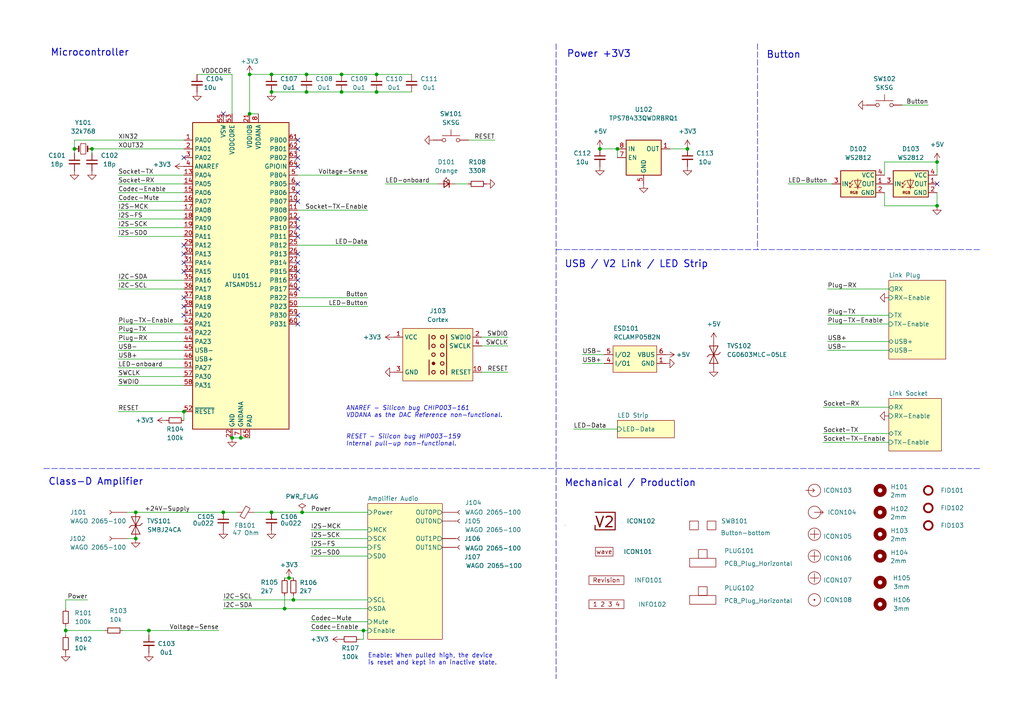
<source format=kicad_sch>
(kicad_sch (version 20250114) (generator "eeschema") (generator_version "9.0")
  (paper "A4")
  (title_block (title "V2 wave") (date "2026-02-11") (rev "2026-02-11") (company "Versio Duo") (comment 1 "Power Amplifier"))
  (text "﻿ANAREF - Silicon bug CHIP003-161\nVDDANA as the DAC Reference non-functional." (at 100.33 121.285 0) (effects (font (size 1.27 1.27) (italic yes)) (justify left bottom)))
  (text "RESET - ﻿Silicon bug HIP003-159\nInternal pull-up non-functional." (at 100.33 129.54 0) (effects (font (size 1.27 1.27) (italic yes)) (justify left bottom)))
  (text "Button" (at 222.25 17.145 0) (effects (font (size 2 2) (thickness 0.254) (bold yes)) (justify left bottom)))
  (text "USB / V2 Link / LED Strip" (at 163.703 77.851 0) (effects (font (size 2 2) (thickness 0.254) (bold yes)) (justify left bottom)))
  (text "Mechanical / Production" (at 163.703 141.351 0) (effects (font (size 2 2) (thickness 0.254) (bold yes)) (justify left bottom)))
  (text "Power +3V3" (at 164.338 16.891 0) (effects (font (size 2 2) (thickness 0.254) (bold yes)) (justify left bottom)))
  (text "Enable: When pulled high, the device\nis reset and kept in an inactive state." (at 106.68 193.04 0) (effects (font (size 1.27 1.27)) (justify left bottom)))
  (text "Microcontroller" (at 14.605 16.51 0) (effects (font (size 2 2) (thickness 0.254) (bold yes)) (justify left bottom)))
  (text "Class-D Amplifier" (at 13.97 140.97 0) (effects (font (size 2 2) (thickness 0.254) (bold yes)) (justify left bottom)))
  (junction (at 88.9 21.59))
  (junction (at 72.39 33.02))
  (junction (at 78.74 26.67))
  (junction (at 99.06 26.67))
  (junction (at 173.99 43.18))
  (junction (at 39.37 148.59))
  (junction (at 39.37 156.21))
  (junction (at 99.06 21.59))
  (junction (at 78.74 21.59))
  (junction (at 88.9 26.67))
  (junction (at 87.63 148.59))
  (junction (at 85.09 173.99))
  (junction (at 82.55 176.53))
  (junction (at 67.31 127))
  (junction (at 109.22 21.59))
  (junction (at 64.77 148.59))
  (junction (at 21.59 43.18))
  (junction (at 69.85 127))
  (junction (at 72.39 21.59))
  (junction (at 271.78 59.69))
  (junction (at 19.05 182.88))
  (junction (at 43.18 182.88))
  (junction (at 105.41 182.88))
  (junction (at 78.74 148.59))
  (junction (at 179.07 43.18))
  (junction (at 26.67 43.18))
  (junction (at 199.39 43.18))
  (junction (at 109.22 26.67))
  (junction (at 83.82 167.64))
  (junction (at 271.78 46.99))
  (junction (at 53.34 119.38))
  (no_connect (at 86.36 78.74))
  (no_connect (at 86.36 91.44))
  (no_connect (at 86.36 66.04))
  (no_connect (at 86.36 76.2))
  (no_connect (at 53.34 88.9))
  (no_connect (at 86.36 63.5))
  (no_connect (at 53.34 91.44))
  (no_connect (at 53.34 45.72))
  (no_connect (at 86.36 53.34))
  (no_connect (at 86.36 55.88))
  (no_connect (at 86.36 40.64))
  (no_connect (at 86.36 58.42))
  (no_connect (at 86.36 83.82))
  (no_connect (at 86.36 43.18))
  (no_connect (at 86.36 81.28))
  (no_connect (at 86.36 48.26))
  (no_connect (at 86.36 68.58))
  (no_connect (at 53.34 76.2))
  (no_connect (at 64.77 33.02))
  (no_connect (at 53.34 73.66))
  (no_connect (at 86.36 73.66))
  (no_connect (at 53.34 71.12))
  (no_connect (at 53.34 78.74))
  (no_connect (at 271.78 53.34))
  (no_connect (at 86.36 93.98))
  (no_connect (at 53.34 86.36))
  (no_connect (at 86.36 45.72))
  (wire (pts (xy 132.08 53.34) (xy 135.89 53.34)))
  (wire (pts (xy 64.77 173.99) (xy 85.09 173.99)))
  (wire (pts (xy 53.34 93.98) (xy 34.29 93.98)))
  (wire (pts (xy 35.56 182.88) (xy 43.18 182.88)))
  (wire (pts (xy 173.99 43.18) (xy 179.07 43.18)))
  (wire (pts (xy 72.39 21.59) (xy 72.39 33.02)))
  (wire (pts (xy 90.17 180.34) (xy 106.68 180.34)))
  (wire (pts (xy 82.55 167.64) (xy 83.82 167.64)))
  (wire (pts (xy 257.81 99.06) (xy 240.03 99.06)))
  (wire (pts (xy 256.54 50.8) (xy 256.54 46.99)))
  (wire (pts (xy 257.81 128.27) (xy 238.76 128.27)))
  (wire (pts (xy 34.29 63.5) (xy 53.34 63.5)))
  (wire (pts (xy 90.17 153.67) (xy 106.68 153.67)))
  (wire (pts (xy 21.59 40.64) (xy 53.34 40.64)))
  (wire (pts (xy 34.29 55.88) (xy 53.34 55.88)))
  (polyline (pts (xy 12.7 135.89) (xy 284.48 135.89)) (stroke (width 0) (type dash)))
  (wire (pts (xy 257.81 91.44) (xy 240.03 91.44)))
  (wire (pts (xy 19.05 181.61) (xy 19.05 182.88)))
  (wire (pts (xy 105.41 185.42) (xy 104.14 185.42)))
  (wire (pts (xy 34.29 83.82) (xy 53.34 83.82)))
  (wire (pts (xy 34.29 68.58) (xy 53.34 68.58)))
  (wire (pts (xy 139.7 97.79) (xy 147.32 97.79)))
  (wire (pts (xy 69.85 127) (xy 72.39 127)))
  (wire (pts (xy 19.05 184.15) (xy 19.05 182.88)))
  (wire (pts (xy 34.29 111.76) (xy 53.34 111.76)))
  (wire (pts (xy 63.5 182.88) (xy 43.18 182.88)))
  (wire (pts (xy 21.59 40.64) (xy 21.59 43.18)))
  (wire (pts (xy 105.41 182.88) (xy 106.68 182.88)))
  (wire (pts (xy 53.34 96.52) (xy 34.29 96.52)))
  (wire (pts (xy 238.76 125.73) (xy 257.81 125.73)))
  (wire (pts (xy 256.54 59.69) (xy 271.78 59.69)))
  (wire (pts (xy 85.09 172.72) (xy 85.09 173.99)))
  (wire (pts (xy 168.91 105.41) (xy 175.26 105.41)))
  (wire (pts (xy 256.54 46.99) (xy 271.78 46.99)))
  (wire (pts (xy 88.9 26.67) (xy 99.06 26.67)))
  (wire (pts (xy 34.29 60.96) (xy 53.34 60.96)))
  (wire (pts (xy 34.29 119.38) (xy 53.34 119.38)))
  (wire (pts (xy 67.31 127) (xy 69.85 127)))
  (wire (pts (xy 109.22 21.59) (xy 119.38 21.59)))
  (wire (pts (xy 166.37 124.46) (xy 179.07 124.46)))
  (wire (pts (xy 82.55 172.72) (xy 82.55 176.53)))
  (wire (pts (xy 86.36 60.96) (xy 106.68 60.96)))
  (polyline (pts (xy 161.29 72.39) (xy 284.48 72.39)) (stroke (width 0) (type dash)))
  (wire (pts (xy 72.39 33.02) (xy 74.93 33.02)))
  (wire (pts (xy 64.77 148.59) (xy 68.58 148.59)))
  (wire (pts (xy 64.77 176.53) (xy 82.55 176.53)))
  (wire (pts (xy 53.34 119.38) (xy 53.34 121.92)))
  (wire (pts (xy 228.6 53.34) (xy 241.3 53.34)))
  (wire (pts (xy 86.36 50.8) (xy 106.68 50.8)))
  (wire (pts (xy 168.91 102.87) (xy 175.26 102.87)))
  (wire (pts (xy 135.89 40.64) (xy 143.51 40.64)))
  (wire (pts (xy 85.09 173.99) (xy 106.68 173.99)))
  (wire (pts (xy 90.17 158.75) (xy 106.68 158.75)))
  (wire (pts (xy 67.31 33.02) (xy 67.31 21.59)))
  (wire (pts (xy 271.78 55.88) (xy 271.78 59.69)))
  (wire (pts (xy 105.41 182.88) (xy 105.41 185.42)))
  (wire (pts (xy 73.66 148.59) (xy 78.74 148.59)))
  (wire (pts (xy 257.81 83.82) (xy 240.03 83.82)))
  (wire (pts (xy 109.22 26.67) (xy 119.38 26.67)))
  (wire (pts (xy 36.83 156.21) (xy 39.37 156.21)))
  (wire (pts (xy 86.36 86.36) (xy 106.68 86.36)))
  (wire (pts (xy 72.39 21.59) (xy 78.74 21.59)))
  (wire (pts (xy 90.17 182.88) (xy 105.41 182.88)))
  (wire (pts (xy 90.17 156.21) (xy 106.68 156.21)))
  (wire (pts (xy 19.05 173.99) (xy 25.4 173.99)))
  (wire (pts (xy 106.68 88.9) (xy 86.36 88.9)))
  (wire (pts (xy 90.17 161.29) (xy 106.68 161.29)))
  (wire (pts (xy 53.34 50.8) (xy 34.29 50.8)))
  (wire (pts (xy 139.7 100.33) (xy 147.32 100.33)))
  (wire (pts (xy 26.67 43.18) (xy 53.34 43.18)))
  (wire (pts (xy 57.15 21.59) (xy 67.31 21.59)))
  (wire (pts (xy 83.82 167.64) (xy 85.09 167.64)))
  (wire (pts (xy 78.74 21.59) (xy 88.9 21.59)))
  (wire (pts (xy 34.29 104.14) (xy 53.34 104.14)))
  (wire (pts (xy 34.29 58.42) (xy 53.34 58.42)))
  (wire (pts (xy 78.74 26.67) (xy 88.9 26.67)))
  (wire (pts (xy 179.07 43.18) (xy 179.07 45.72)))
  (polyline (pts (xy 219.71 12.7) (xy 219.71 72.39)) (stroke (width 0) (type dash)))
  (wire (pts (xy 194.31 43.18) (xy 199.39 43.18)))
  (wire (pts (xy 86.36 71.12) (xy 106.68 71.12)))
  (wire (pts (xy 39.37 148.59) (xy 64.77 148.59)))
  (wire (pts (xy 19.05 176.53) (xy 19.05 173.99)))
  (wire (pts (xy 238.76 118.11) (xy 257.81 118.11)))
  (wire (pts (xy 271.78 46.99) (xy 271.78 50.8)))
  (wire (pts (xy 43.18 184.15) (xy 43.18 182.88)))
  (wire (pts (xy 256.54 55.88) (xy 256.54 59.69)))
  (wire (pts (xy 99.06 21.59) (xy 109.22 21.59)))
  (wire (pts (xy 261.62 30.48) (xy 269.24 30.48)))
  (wire (pts (xy 87.63 148.59) (xy 78.74 148.59)))
  (wire (pts (xy 139.7 107.95) (xy 147.32 107.95)))
  (wire (pts (xy 21.59 43.18) (xy 21.59 44.45)))
  (wire (pts (xy 88.9 21.59) (xy 99.06 21.59)))
  (wire (pts (xy 53.34 53.34) (xy 34.29 53.34)))
  (wire (pts (xy 257.81 93.98) (xy 240.03 93.98)))
  (wire (pts (xy 34.29 66.04) (xy 53.34 66.04)))
  (wire (pts (xy 82.55 176.53) (xy 106.68 176.53)))
  (wire (pts (xy 257.81 101.6) (xy 240.03 101.6)))
  (wire (pts (xy 26.67 43.18) (xy 26.67 44.45)))
  (polyline (pts (xy 161.29 12.7) (xy 161.29 196.85)) (stroke (width 0) (type dash)))
  (wire (pts (xy 19.05 182.88) (xy 30.48 182.88)))
  (wire (pts (xy 34.29 106.68) (xy 53.34 106.68)))
  (wire (pts (xy 34.29 109.22) (xy 53.34 109.22)))
  (wire (pts (xy 87.63 148.59) (xy 106.68 148.59)))
  (wire (pts (xy 36.83 148.59) (xy 39.37 148.59)))
  (wire (pts (xy 53.34 99.06) (xy 34.29 99.06)))
  (wire (pts (xy 34.29 81.28) (xy 53.34 81.28)))
  (wire (pts (xy 34.29 101.6) (xy 53.34 101.6)))
  (wire (pts (xy 99.06 26.67) (xy 109.22 26.67)))
  (wire (pts (xy 111.76 53.34) (xy 127 53.34)))
  (label "USB-" (at 240.03 101.6 0))
  (label "I2S-FS" (at 34.29 63.5 0))
  (label "RESET" (at 34.29 119.38 0))
  (label "Power" (at 90.17 148.59 0))
  (label "XIN32" (at 34.29 40.64 0))
  (label "SWDIO" (at 147.32 97.79 180))
  (label "I2S-SCK" (at 90.17 156.21 0))
  (label "SWCLK" (at 34.29 109.22 0))
  (label "Codec-Enable" (at 34.29 55.88 0))
  (label "Voltage-Sense" (at 106.68 50.8 180))
  (label "I2C-SCL" (at 34.29 83.82 0))
  (label "I2C-SCL" (at 64.77 173.99 0))
  (label "RESET" (at 147.32 107.95 180))
  (label "Socket-TX-Enable" (at 106.68 60.96 180))
  (label "LED-Button" (at 106.68 88.9 180))
  (label "I2S-MCK" (at 90.17 153.67 0))
  (label "XOUT32" (at 34.29 43.18 0))
  (label "Socket-RX" (at 34.29 53.34 0))
  (label "Codec-Enable" (at 90.17 182.88 0))
  (label "Plug-RX" (at 240.03 83.82 0))
  (label "SWCLK" (at 147.32 100.33 180))
  (label "LED-Button" (at 228.6 53.34 0))
  (label "Socket-TX-Enable" (at 238.76 128.27 0))
  (label "I2C-SDA" (at 34.29 81.28 0))
  (label "VDDCORE" (at 58.42 21.59 0))
  (label "Plug-TX-Enable" (at 34.29 93.98 0))
  (label "I2S-SCK" (at 34.29 66.04 0))
  (label "+24V-Supply" (at 41.91 148.59 0))
  (label "LED-onboard" (at 34.29 106.68 0))
  (label "Voltage-Sense" (at 63.5 182.88 180))
  (label "I2S-SD0" (at 34.29 68.58 0))
  (label "Socket-TX" (at 34.29 50.8 0))
  (label "LED-onboard" (at 111.76 53.34 0))
  (label "Plug-RX" (at 34.29 99.06 0))
  (label "USB-" (at 168.91 102.87 0))
  (label "Plug-TX" (at 34.29 96.52 0))
  (label "Plug-TX" (at 240.03 91.44 0))
  (label "Plug-TX-Enable" (at 240.03 93.98 0))
  (label "Socket-RX" (at 238.76 118.11 0))
  (label "LED-Data" (at 166.37 124.46 0))
  (label "RESET" (at 143.51 40.64 180))
  (label "LED-Data" (at 106.68 71.12 180))
  (label "Button" (at 106.68 86.36 180))
  (label "I2S-MCK" (at 34.29 60.96 0))
  (label "Codec-Mute" (at 34.29 58.42 0))
  (label "Button" (at 269.24 30.48 180))
  (label "USB+" (at 34.29 104.14 0))
  (label "USB-" (at 34.29 101.6 0))
  (label "SWDIO" (at 34.29 111.76 0))
  (label "I2S-SD0" (at 90.17 161.29 0))
  (label "Power" (at 25.4 173.99 180))
  (label "Codec-Mute" (at 90.17 180.34 0))
  (label "USB+" (at 168.91 105.41 0))
  (label "Socket-TX" (at 238.76 125.73 0))
  (label "I2C-SDA" (at 64.77 176.53 0))
  (label "I2S-FS" (at 90.17 158.75 0))
  (label "USB+" (at 240.03 99.06 0))
  (symbol (lib_id "V2_power:+5V") (at 193.04 102.87 270) (unit 1)
    (property "Reference" "#PWR0122" (effects (hide yes)))
    (property "Value" "+5V" (at 198.12 102.87 90))
  )
  (symbol (lib_id "V2_power:+5V") (at 207.01 99.06 0) (unit 1)
    (property "Reference" "#PWR0127" (effects (hide yes)))
    (property "Value" "+5V" (at 207.01 93.98 0))
  )
  (symbol (lib_id "V2_Device:C_0603_0u1") (at 109.22 24.13 0) (unit 1)
    (property "Reference" "C110" (at 111.76 22.8662 0) (effects (justify left)))
    (property "Value" "0u1" (at 114.3 25.4062 0))
    (property "Footprint" "V2_Capacitor_SMD:C_0603" (effects (hide yes)))
    (property "Description" "Unpolarized capacitor, small symbol" (effects (hide yes)))
    (property "Mouser" "810-CGA3E2X7R1H104MA" (effects (hide yes)))
    (property "Manufacturer" "TDK" (effects (hide yes)))
    (property "Product" "CGA3E2X7R1H104M080AA" (effects (hide yes)))
    (property "Rating" "50V" (effects (hide yes)))
  )
  (symbol (lib_id "V2_power:GND") (at 271.78 59.69 0) (unit 1)
    (property "Reference" "#PWR0133" (effects (hide yes)))
    (property "Value" "GND" (effects (hide yes)))
  )
  (symbol (lib_id "V2_power:+3V3") (at 199.39 43.18 0) (unit 1)
    (property "Reference" "#PWR0125" (effects (hide yes)))
    (property "Value" "+3V3" (at 199.39 38.1 0))
  )
  (symbol (lib_id "V2_Switch:SKSG") (at 256.54 30.48 0) (unit 1)
    (property "Reference" "SW102" (at 256.54 22.86 0))
    (property "Value" "SKSG" (at 256.54 25.4 0))
    (property "Footprint" "V2_Button_Switch_SMD:SKSG" (effects (hide yes)))
    (property "Description" "Push button switch, generic, two pins" (effects (hide yes)))
    (property "Mouser" "688-SKSGACE010" (effects (hide yes)))
    (property "Manufacturer" "Alps Alpine" (effects (hide yes)))
    (property "Product" "SKSGACE010" (effects (hide yes)))
  )
  (symbol (lib_id "V2_Device:FerriteBead_3.1x5.1_47Ohm") (at 71.12 148.59 90) (unit 1)
    (property "Reference" "FB101" (at 71.0819 152.4 90))
    (property "Value" "47 Ohm" (at 75.184 154.559 90) (effects (justify left)))
    (property "Footprint" "V2_Inductor_SMD:L_3.1x5.1" (effects (hide yes)))
    (property "Description" "Ferrite bead, small symbol" (effects (hide yes)))
    (property "Mouser" "623-2743019447LF" (effects (hide yes)))
    (property "Product" "2743019447" (effects (hide yes)))
    (property "Manufacturer" "Fair-Rite" (effects (hide yes)))
  )
  (symbol (lib_id "V2_Artwork:Arrow_In") (at 236.22 142.24 0) (unit 1) (in_bom no)
    (property "Reference" "ICON103" (at 238.76 142.2399 0) (effects (justify left)))
    (property "Value" "Arrow_In" (effects (hide yes)))
    (property "Footprint" "V2_Artwork:Arrow_In" (effects (hide yes)))
    (property "Sim.Enable" "0" (effects (hide yes)))
  )
  (symbol (lib_id "V2_power:GND") (at 199.39 48.26 0) (unit 1)
    (property "Reference" "#PWR0126" (effects (hide yes)))
    (property "Value" "GND" (effects (hide yes)))
  )
  (symbol (lib_id "V2_power:GND") (at 67.31 127 0) (unit 1)
    (property "Reference" "#PWR0110" (effects (hide yes)))
    (property "Value" "GND" (effects (hide yes)))
  )
  (symbol (lib_id "V2_Mechanical:MountingHole_2mm") (at 255.27 161.29 0) (unit 1) (in_bom no)
    (property "Reference" "H104" (at 260.858 160.274 0))
    (property "Value" "2mm" (at 260.604 162.687 0))
    (property "Footprint" "V2_Mechanical:MountingHole_2mm" (effects (hide yes)))
    (property "Description" "Mounting Hole without connection" (effects (hide yes)))
  )
  (symbol (lib_id "V2_Regulator_Linear:TPS78433QWDRBRQ1") (at 186.69 45.72 0) (unit 1)
    (property "Reference" "U102" (at 186.69 31.75 0))
    (property "Value" "TPS78433QWDRBRQ1" (at 186.69 34.29 0))
    (property "Footprint" "V2_Package_SON:VSON-8-1_3x3mm_P0.65_EP1.65x2.4mm" (effects (hide yes)))
    (property "Datasheet" "https://www.ti.com/product/TPS784-Q1" (effects (hide yes)))
    (property "Mouser" "595-TPS78433QWDRBRQ1" (effects (hide yes)))
    (property "Manufacturer" "Texas Instruments" (effects (hide yes)))
    (property "Product" "TPS78433QWDRBRQ1" (effects (hide yes)))
  )
  (symbol (lib_id "V2_power:GND") (at 26.67 49.53 0) (unit 1)
    (property "Reference" "#PWR0103" (effects (hide yes)))
    (property "Value" "GND" (effects (hide yes)))
  )
  (symbol (lib_id "V2_Device:LED_0603_Orange") (at 129.54 53.34 0) (mirror y) (unit 1)
    (property "Reference" "D101" (at 129.4765 46.99 0))
    (property "Value" "Orange" (at 129.4765 49.53 0))
    (property "Footprint" "V2_LED:LED_0603" (effects (hide yes)))
    (property "Description" "Light emitting diode, small symbol" (effects (hide yes)))
    (property "Sim.Pins" "1=K 2=A" (effects (hide yes)))
    (property "Mouser" "755-SML-D12D1WT86" (effects (hide yes)))
    (property "Product" "SML-D12D1WT86" (effects (hide yes)))
    (property "Manufacturer" "ROHM Semiconductor " (effects (hide yes)))
  )
  (symbol (lib_id "V2_power:GND") (at 57.15 26.67 0) (unit 1)
    (property "Reference" "#PWR0108" (effects (hide yes)))
    (property "Value" "GND" (effects (hide yes)))
  )
  (symbol (lib_id "V2_LED:WS2812") (at 248.92 54.61 0) (unit 1)
    (property "Reference" "D102" (at 248.92 43.18 0))
    (property "Value" "WS2812" (at 248.92 45.72 0))
    (property "Footprint" "V2_LED:WS2812-2020" (effects (hide yes)))
    (property "Description" "RGB LED with integrated controller" (effects (hide yes)))
    (property "Manufacturer" "Worldsemi" (effects (hide yes)))
    (property "Product" "WS2812B-2020" (effects (hide yes)))
    (property "LCSC" "C965555" (effects (hide yes)))
  )
  (symbol (lib_id "V2_Artwork:Plus") (at 236.22 161.29 0) (unit 1) (in_bom no)
    (property "Reference" "ICON106" (at 238.76 161.925 0) (effects (justify left)))
    (property "Value" "Plus" (effects (hide yes)))
    (property "Footprint" "V2_Artwork:Plus_Small" (effects (hide yes)))
    (property "Sim.Enable" "0" (effects (hide yes)))
  )
  (symbol (lib_id "V2_Artwork:Plus") (at 236.22 154.94 0) (unit 1) (in_bom no)
    (property "Reference" "ICON105" (at 238.76 155.575 0) (effects (justify left)))
    (property "Value" "Plus" (effects (hide yes)))
    (property "Footprint" "V2_Artwork:Plus_Small" (effects (hide yes)))
    (property "Sim.Enable" "0" (effects (hide yes)))
  )
  (symbol (lib_id "V2_Artwork:Board_wave") (at 175.26 160.02 0) (unit 1) (in_bom no)
    (property "Reference" "ICON101" (at 180.848 160.02 0) (effects (justify left)))
    (property "Value" "Board_wave" (effects (hide yes)))
    (property "Footprint" "V2_Artwork:Board_wave_Small" (effects (hide yes)))
    (property "Sim.Enable" "0" (effects (hide yes)))
  )
  (symbol (lib_id "V2_Diode:CG0603MLC-05LE") (at 207.01 102.87 90) (unit 1)
    (property "Reference" "TVS102" (at 210.82 100.33 90) (effects (justify right)))
    (property "Value" "CG0603MLC-05LE" (at 210.82 102.87 90) (effects (justify right)))
    (property "Footprint" "V2_Diode_SMD:D_0603" (effects (hide yes)))
    (property "Mouser" "652-CG0603MLC-05LE" (effects (hide yes)))
    (property "Product" "CG0603MLC-05LE" (effects (hide yes)))
    (property "Manufacturer" "Bourns" (effects (hide yes)))
    (property "Rating" "5V" (effects (hide yes)))
  )
  (symbol (lib_id "V2_Device:R_0603_2k7") (at 82.55 170.18 0) (unit 1)
    (property "Reference" "R105" (at 75.565 168.91 0) (effects (justify left)))
    (property "Value" "2k7" (at 75.565 171.45 0) (effects (justify left)))
    (property "Footprint" "V2_Resistor_SMD:R_0603" (effects (hide yes)))
    (property "Description" "Resistor, small symbol" (effects (hide yes)))
    (property "Mouser" "71-CRCW06032K70FKEAC" (effects (hide yes)))
    (property "Product" "CRCW06032K70FKEAC" (effects (hide yes)))
    (property "Manufacturer" "Vishay" (effects (hide yes)))
    (property "Rating" "100mW" (effects (hide yes)))
  )
  (symbol (lib_id "V2_PCB_Devices:Button-bottom") (at 203.835 152.4 0) (unit 1) (in_bom no)
    (property "Reference" "SWB101" (at 209.169 151.13 0) (effects (justify left)))
    (property "Value" "Button-bottom" (at 216.281 154.559 0))
    (property "Footprint" "V2_PCB_Devices:PCB_Button-bottom" (effects (hide yes)))
    (property "Sim.Enable" "0" (effects (hide yes)))
  )
  (symbol (lib_id "V2_Device:R_0603_10k") (at 19.05 186.69 0) (unit 1)
    (property "Reference" "R102" (at 21.59 185.42 0) (effects (justify left)))
    (property "Value" "10k" (at 21.59 187.96 0) (effects (justify left)))
    (property "Footprint" "V2_Resistor_SMD:R_0603" (effects (hide yes)))
    (property "Description" "Resistor, small symbol" (effects (hide yes)))
    (property "Mouser" "71-CRCW060310K0FKEAC" (effects (hide yes)))
    (property "Product" "CRCW060310K0FKEAC" (effects (hide yes)))
    (property "Manufacturer" "Vishay" (effects (hide yes)))
    (property "Rating" "100mW" (effects (hide yes)))
  )
  (symbol (lib_id "V2_Device:C_0805_10u") (at 199.39 45.72 0) (unit 1)
    (property "Reference" "C113" (at 201.93 44.45 0) (effects (justify left)))
    (property "Value" "10u" (at 204.47 46.99 0))
    (property "Footprint" "V2_Capacitor_SMD:C_0805" (effects (hide yes)))
    (property "Description" "Unpolarized capacitor, small symbol" (effects (hide yes)))
    (property "Mouser" "810-C2012X5R1E106K" (effects (hide yes)))
    (property "Rating" "25V" (effects (hide yes)))
    (property "Product" "C2012X5R1E106K125AB" (effects (hide yes)))
    (property "Manufacturer" "TDK" (effects (hide yes)))
  )
  (symbol (lib_id "V2_ESD_Suppressor:RCLAMP0582N") (at 184.15 102.87 0) (unit 1)
    (property "Reference" "ESD101" (at 181.61 95.25 0))
    (property "Value" "RCLAMP0582N" (at 184.785 97.79 0))
    (property "Footprint" "V2_ESD_Suppressor:SLP1210N6" (effects (hide yes)))
    (property "Mouser" "947-RCLAMP0582N.TCT" (effects (hide yes)))
    (property "Product" "RCLAMP0582N.TCT" (effects (hide yes)))
    (property "Manufacturer" "Semtech" (effects (hide yes)))
  )
  (symbol (lib_id "V2_power:+3V3") (at 72.39 21.59 0) (unit 1)
    (property "Reference" "#PWR0111" (effects (hide yes)))
    (property "Value" "+3V3" (at 72.39 17.78 0))
  )
  (symbol (lib_id "V2_Artwork:Arrow_Out") (at 236.22 148.59 0) (unit 1) (in_bom no)
    (property "Reference" "ICON104" (at 240.03 148.5899 0) (effects (justify left)))
    (property "Value" "Arrow_Out" (effects (hide yes)))
    (property "Footprint" "V2_Artwork:Arrow_Out" (effects (hide yes)))
    (property "Sim.Enable" "0" (effects (hide yes)))
  )
  (symbol (lib_id "V2_power:+5V") (at 271.78 46.99 0) (unit 1)
    (property "Reference" "#PWR0132" (effects (hide yes)))
    (property "Value" "+5V" (at 271.78 41.91 0))
  )
  (symbol (lib_id "V2_Diode:SMBJ24CA") (at 39.37 152.4 90) (unit 1)
    (property "Reference" "TVS101" (at 42.545 151.1299 90) (effects (justify right)))
    (property "Value" "SMBJ24CA" (at 47.625 153.6699 90))
    (property "Footprint" "V2_Diode_SMD:D_SMB" (effects (hide yes)))
    (property "Description" "Transient Voltage Suppressor Diode, Bidirectional" (effects (hide yes)))
    (property "Mouser" "652-SMBJ24CA-Q" (effects (hide yes)))
    (property "Product" "SMBJ24CA-Q" (effects (hide yes)))
    (property "Manufacturer" "Bourns" (effects (hide yes)))
    (property "Rating" "24V" (effects (hide yes)))
  )
  (symbol (lib_id "V2_power:+3V3") (at 48.26 121.92 90) (unit 1)
    (property "Reference" "#PWR0106" (effects (hide yes)))
    (property "Value" "+3V3" (at 41.91 121.92 90))
  )
  (symbol (lib_id "V2_Connector_WAGO:2065") (at 31.75 148.59 180) (unit 1)
    (property "Reference" "J101" (at 22.733 148.59 0))
    (property "Value" "WAGO 2065-100" (at 28.448 151.13 0))
    (property "Footprint" "V2_Connector_WAGO:2065-100" (effects (hide yes)))
    (property "Manufacturer" "WAGO" (effects (hide yes)))
    (property "Product" "2065-100/998-403" (effects (hide yes)))
  )
  (symbol (lib_id "V2_Mechanical:MountingHole_3mm") (at 255.27 175.26 0) (unit 1) (in_bom no)
    (property "Reference" "H106" (at 258.953 173.9899 0) (effects (justify left)))
    (property "Value" "3mm" (at 261.493 176.5299 0))
    (property "Footprint" "V2_Mechanical:MountingHole_3mm" (effects (hide yes)))
    (property "Description" "Mounting Hole without connection" (effects (hide yes)))
  )
  (symbol (lib_id "V2_Device:C_0603_0u1") (at 119.38 24.13 0) (unit 1)
    (property "Reference" "C111" (at 121.92 22.8662 0) (effects (justify left)))
    (property "Value" "0u1" (at 124.46 25.4062 0))
    (property "Footprint" "V2_Capacitor_SMD:C_0603" (effects (hide yes)))
    (property "Description" "Unpolarized capacitor, small symbol" (effects (hide yes)))
    (property "Mouser" "810-CGA3E2X7R1H104MA" (effects (hide yes)))
    (property "Manufacturer" "TDK" (effects (hide yes)))
    (property "Product" "CGA3E2X7R1H104M080AA" (effects (hide yes)))
    (property "Rating" "50V" (effects (hide yes)))
  )
  (symbol (lib_id "V2_power:GND") (at 19.05 189.23 0) (unit 1)
    (property "Reference" "#PWR0102" (effects (hide yes)))
    (property "Value" "GND" (effects (hide yes)))
  )
  (symbol (lib_id "V2_Connector_WAGO:2065") (at 133.35 158.75 0) (unit 1)
    (property "Reference" "J107" (at 134.62 161.544 0) (effects (justify left)))
    (property "Value" "WAGO 2065-100" (at 143.256 164.084 0))
    (property "Footprint" "V2_Connector_WAGO:2065-100" (effects (hide yes)))
    (property "Manufacturer" "WAGO" (effects (hide yes)))
    (property "Product" "2065-100/998-403" (effects (hide yes)))
  )
  (symbol (lib_id "V2_Connector_Debug:Cortex") (at 125.73 102.87 0) (unit 1) (in_bom no)
    (property "Reference" "J103" (at 127 90.17 0))
    (property "Value" "Cortex" (at 127 92.71 0))
    (property "Footprint" "V2_Connector_Debug:Cortex" (effects (hide yes)))
  )
  (symbol (lib_id "V2_power:GND") (at 21.59 49.53 0) (unit 1)
    (property "Reference" "#PWR0101" (effects (hide yes)))
    (property "Value" "GND" (effects (hide yes)))
  )
  (symbol (lib_id "V2_Artwork:Plus") (at 236.22 167.64 0) (unit 1) (in_bom no)
    (property "Reference" "ICON107" (at 238.76 168.275 0) (effects (justify left)))
    (property "Value" "Plus" (effects (hide yes)))
    (property "Footprint" "V2_Artwork:Plus_Small" (effects (hide yes)))
    (property "Sim.Enable" "0" (effects (hide yes)))
  )
  (symbol (lib_id "V2_power:GND") (at 114.3 107.95 270) (unit 1)
    (property "Reference" "#PWR0117" (effects (hide yes)))
    (property "Value" "GND" (effects (hide yes)))
  )
  (symbol (lib_id "V2_MCU_Microchip_SAMD:ATSAMD51J") (at 69.85 80.01 0) (unit 1)
    (property "Reference" "U101" (at 67.31 80.01 0) (effects (justify left)))
    (property "Value" "ATSAMD51J" (at 70.5359 82.55 0))
    (property "Footprint" "V2_Package_DFN_QFN:QFN-64-1EP_9x9mm_P0.5mm_EP4.8x4.8mm_ThermalVias" (effects (hide yes)))
    (property "Datasheet" "http://ww1.microchip.com/downloads/en/DeviceDoc/60001507E.pdf" (effects (hide yes)))
    (property "Description" "SAM D51 Microchip SMART ARM Cortex-M4F-based MCU, 256K Flash, 128K SRAM, TQFP-64" (effects (hide yes)))
    (property "Mouser" "556-ATSAMD51J19AMU" (effects (hide yes)))
    (property "Product" "ATSAMD51J19A-MU" (effects (hide yes)))
    (property "Manufacturer" "Microchip Technology" (effects (hide yes)))
    (pin "64" (alternate "GPIOIN"))
    (pin "4" (alternate "ANAREF"))
    (pin "45" (alternate "USB-"))
    (pin "46" (alternate "USB+"))
  )
  (symbol (lib_id "V2_power:GND") (at 193.04 105.41 90) (unit 1)
    (property "Reference" "#PWR0123" (effects (hide yes)))
    (property "Value" "GND" (effects (hide yes)))
  )
  (symbol (lib_id "V2_LED:WS2812") (at 264.16 54.61 0) (unit 1)
    (property "Reference" "D103" (at 264.16 43.18 0))
    (property "Value" "WS2812" (at 264.16 45.72 0))
    (property "Footprint" "V2_LED:WS2812-2020" (effects (hide yes)))
    (property "Description" "RGB LED with integrated controller" (effects (hide yes)))
    (property "Manufacturer" "Worldsemi" (effects (hide yes)))
    (property "Product" "WS2812B-2020" (effects (hide yes)))
    (property "LCSC" "C965555" (effects (hide yes)))
  )
  (symbol (lib_id "V2_power:GND") (at 64.77 153.67 0) (unit 1)
    (property "Reference" "#PWR0109" (effects (hide yes)))
    (property "Value" "GND" (effects (hide yes)))
  )
  (symbol (lib_id "V2_power:+5V") (at 173.99 43.18 0) (unit 1)
    (property "Reference" "#PWR0120" (effects (hide yes)))
    (property "Value" "+5V" (at 173.99 38.1 0))
  )
  (symbol (lib_id "V2_power:+3V3") (at 53.34 48.26 90) (unit 1)
    (property "Reference" "#PWR0107" (effects (hide yes)))
    (property "Value" "+3V3" (at 46.99 46.99 90) (effects (justify bottom)))
  )
  (symbol (lib_id "V2_Mechanical:MountingHole_2mm") (at 255.27 148.59 0) (unit 1) (in_bom no)
    (property "Reference" "H102" (at 260.858 147.574 0))
    (property "Value" "2mm" (at 260.604 149.987 0))
    (property "Footprint" "V2_Mechanical:MountingHole_2mm" (effects (hide yes)))
    (property "Description" "Mounting Hole without connection" (effects (hide yes)))
  )
  (symbol (lib_id "V2_power:GND") (at 78.74 26.67 0) (unit 1)
    (property "Reference" "#PWR0113" (effects (hide yes)))
    (property "Value" "GND" (effects (hide yes)))
  )
  (symbol (lib_id "V2_power:GND") (at 257.81 120.65 270) (unit 1)
    (property "Reference" "#PWR0131" (effects (hide yes)))
    (property "Value" "GND" (effects (hide yes)))
  )
  (symbol (lib_id "V2_Device:R_0603_10k") (at 33.02 182.88 90) (unit 1)
    (property "Reference" "R103" (at 31.75 177.165 90) (effects (justify right)))
    (property "Value" "10k" (at 31.75 179.705 90) (effects (justify right)))
    (property "Footprint" "V2_Resistor_SMD:R_0603" (effects (hide yes)))
    (property "Description" "Resistor, small symbol" (effects (hide yes)))
    (property "Mouser" "71-CRCW060310K0FKEAC" (effects (hide yes)))
    (property "Product" "CRCW060310K0FKEAC" (effects (hide yes)))
    (property "Manufacturer" "Vishay" (effects (hide yes)))
    (property "Rating" "100mW" (effects (hide yes)))
  )
  (symbol (lib_id "V2_power:+3V3") (at 83.82 167.64 0) (unit 1)
    (property "Reference" "#PWR0114" (effects (hide yes)))
    (property "Value" "+3V3" (at 83.82 163.83 0))
  )
  (symbol (lib_id "V2_Mechanical:MountingHole_2mm") (at 255.27 142.24 0) (unit 1) (in_bom no)
    (property "Reference" "H101" (at 260.858 141.224 0))
    (property "Value" "2mm" (at 260.604 143.637 0))
    (property "Footprint" "V2_Mechanical:MountingHole_2mm" (effects (hide yes)))
    (property "Description" "Mounting Hole without connection" (effects (hide yes)))
  )
  (symbol (lib_id "V2_power:GND") (at 251.46 30.48 270) (unit 1)
    (property "Reference" "#PWR0129" (effects (hide yes)))
    (property "Value" "GND" (effects (hide yes)))
  )
  (symbol (lib_id "V2_Production:Revision") (at 175.895 168.275 0) (unit 1) (in_bom no)
    (property "Reference" "INFO101" (at 188.087 168.275 0))
    (property "Footprint" "V2_Production:Revision" (effects (hide yes)))
  )
  (symbol (lib_id "V2_power:+3V3") (at 114.3 97.79 90) (unit 1)
    (property "Reference" "#PWR0116" (effects (hide yes)))
    (property "Value" "+3V3" (at 107.95 97.79 90))
  )
  (symbol (lib_id "V2_PCB_Devices:PCB_Plug_Horizontal") (at 203.835 161.925 0) (unit 1) (in_bom no)
    (property "Reference" "PLUG101" (at 210.058 159.7659 0) (effects (justify left)))
    (property "Value" "PCB_Plug_Horizontal" (at 219.964 163.4489 0))
    (property "Footprint" "V2_PCB_Devices:PCB_Plug_Horizontal" (effects (hide yes)))
    (property "Sim.Enable" "0" (effects (hide yes)))
  )
  (symbol (lib_id "V2_Device:C_0805_10u") (at 173.99 45.72 0) (unit 1)
    (property "Reference" "C112" (at 171.45 44.45 0) (effects (justify right)))
    (property "Value" "10u" (at 168.91 46.99 0))
    (property "Footprint" "V2_Capacitor_SMD:C_0805" (effects (hide yes)))
    (property "Description" "Unpolarized capacitor, small symbol" (effects (hide yes)))
    (property "Mouser" "810-C2012X5R1E106K" (effects (hide yes)))
    (property "Rating" "25V" (effects (hide yes)))
    (property "Product" "C2012X5R1E106K125AB" (effects (hide yes)))
    (property "Manufacturer" "TDK" (effects (hide yes)))
  )
  (symbol (lib_id "V2_Production:Layer_Numbers") (at 175.895 175.26 0) (unit 1) (in_bom no)
    (property "Reference" "INFO102" (at 185.0649 175.2956 0) (effects (justify left)))
    (property "Value" "Layer_Numbers" (effects (hide yes)))
    (property "Footprint" "V2_Production:Layer_Numbers" (effects (hide yes)))
  )
  (symbol (lib_id "V2_Device:R_0603_100k") (at 19.05 179.07 0) (unit 1)
    (property "Reference" "R101" (at 21.59 177.8 0) (effects (justify left)))
    (property "Value" "100k" (at 24.13 180.34 0))
    (property "Footprint" "V2_Resistor_SMD:R_0603" (effects (hide yes)))
    (property "Description" "Resistor, small symbol" (effects (hide yes)))
    (property "Mouser" "71-CRCW0603100KFKEAC" (effects (hide yes)))
    (property "Rating" "100mW" (effects (hide yes)))
    (property "Manufacturer" "Vishay" (effects (hide yes)))
    (property "Product" "CRCW0603100KFKEAC" (effects (hide yes)))
  )
  (symbol (lib_id "V2_Device:Crystal_3.2x1.5_32k768") (at 24.13 43.18 0) (unit 1)
    (property "Reference" "Y101" (at 24.13 35.56 0))
    (property "Value" "32k768" (at 24.13 38.1 0))
    (property "Footprint" "V2_Crystal:Crystal_SMD_3215-2Pin_3.2x1.5mm" (effects (hide yes)))
    (property "Description" "Two pin crystal, small symbol" (effects (hide yes)))
    (property "Mouser" "815-ABS0716632.768KT" (effects (hide yes)))
    (property "Product" "ABS07-166-32.768KHZ-T" (effects (hide yes)))
    (property "Manufacturer" "ABRACON" (effects (hide yes)))
  )
  (symbol (lib_id "V2_Connector_WAGO:2065") (at 133.35 148.59 0) (unit 1)
    (property "Reference" "J104" (at 134.874 145.796 0) (effects (justify left)))
    (property "Value" "WAGO 2065-100" (at 143.002 148.59 0))
    (property "Footprint" "V2_Connector_WAGO:2065-100" (effects (hide yes)))
    (property "Manufacturer" "WAGO" (effects (hide yes)))
    (property "Product" "2065-100/998-403" (effects (hide yes)))
  )
  (symbol (lib_id "V2_Device:C_0603_18p") (at 26.67 46.99 0) (unit 1)
    (property "Reference" "C102" (at 29.21 45.0913 0) (effects (justify left)))
    (property "Value" "18p" (at 31.75 47.6313 0))
    (property "Footprint" "V2_Capacitor_SMD:C_0603" (effects (hide yes)))
    (property "Description" "Unpolarized capacitor, small symbol" (effects (hide yes)))
    (property "Mouser" "603-CC603JRNPO9BN180" (effects (hide yes)))
    (property "Product" "CC0603JRNPO9BN180" (effects (hide yes)))
    (property "Manufacturer" "YAGEO" (effects (hide yes)))
  )
  (symbol (lib_id "V2_Device:C_0603_10u") (at 57.15 24.13 0) (unit 1)
    (property "Reference" "C104" (at 59.69 22.86 0) (effects (justify left)))
    (property "Value" "10u" (at 60.96 25.4 0))
    (property "Footprint" "V2_Capacitor_SMD:C_0603" (effects (hide yes)))
    (property "Description" "Unpolarized capacitor, small symbol" (effects (hide yes)))
    (property "Mouser" "810-C1608X6S1A106M" (effects (hide yes)))
    (property "Product" "C1608X6S1A106M080AC" (effects (hide yes)))
    (property "Manufacturer" "TDK" (effects (hide yes)))
    (property "Rating" "10V" (effects (hide yes)))
  )
  (symbol (lib_id "V2_power:GND") (at 173.99 48.26 0) (unit 1)
    (property "Reference" "#PWR0121" (effects (hide yes)))
    (property "Value" "GND" (effects (hide yes)))
  )
  (symbol (lib_id "V2_Mechanical:Fiducial_Paste") (at 269.24 142.24 0) (unit 1) (in_bom no)
    (property "Reference" "FID101" (at 272.796 142.24 0) (effects (justify left)))
    (property "Value" "Fiducial_Paste" (effects (hide yes)))
    (property "Footprint" "V2_Fiducial:Fiducial_0.5mm_Mask1mm_Paste" (effects (hide yes)))
    (property "Description" "Fiducial Marker" (effects (hide yes)))
  )
  (symbol (lib_id "V2_Device:C_0603_18p") (at 21.59 46.99 0) (unit 1)
    (property "Reference" "C101" (at 13.97 45.0913 0) (effects (justify left)))
    (property "Value" "18p" (at 16.51 47.6313 0))
    (property "Footprint" "V2_Capacitor_SMD:C_0603" (effects (hide yes)))
    (property "Description" "Unpolarized capacitor, small symbol" (effects (hide yes)))
    (property "Mouser" "603-CC603JRNPO9BN180" (effects (hide yes)))
    (property "Product" "CC0603JRNPO9BN180" (effects (hide yes)))
    (property "Manufacturer" "YAGEO" (effects (hide yes)))
  )
  (symbol (lib_id "V2_power:PWR_FLAG") (at 87.63 148.59 270) (unit 1)
    (property "Reference" "#FLG0101" (effects (hide yes)))
    (property "Value" "PWR_FLAG" (at 87.63 144.018 90))
    (property "Description" "Special symbol for telling ERC where power comes from" (effects (hide yes)))
  )
  (symbol (lib_id "V2_power:GND") (at 78.74 153.67 0) (unit 1)
    (property "Reference" "#PWR0112" (effects (hide yes)))
    (property "Value" "GND" (effects (hide yes)))
  )
  (symbol (lib_id "V2_Device:C_0603_0u1") (at 43.18 186.69 0) (unit 1)
    (property "Reference" "C103" (at 45.72 186.6962 0) (effects (justify left)))
    (property "Value" "0u1" (at 48.26 189.23 0))
    (property "Footprint" "V2_Capacitor_SMD:C_0603" (effects (hide yes)))
    (property "Description" "Unpolarized capacitor, small symbol" (effects (hide yes)))
    (property "Mouser" "810-CGA3E2X7R1H104MA" (effects (hide yes)))
    (property "Manufacturer" "TDK" (effects (hide yes)))
    (property "Product" "CGA3E2X7R1H104M080AA" (effects (hide yes)))
    (property "Rating" "50V" (effects (hide yes)))
  )
  (symbol (lib_id "V2_Mechanical:MountingHole_2mm") (at 255.27 154.94 0) (unit 1) (in_bom no)
    (property "Reference" "H103" (at 260.858 153.924 0))
    (property "Value" "2mm" (at 260.604 156.337 0))
    (property "Footprint" "V2_Mechanical:MountingHole_2mm" (effects (hide yes)))
    (property "Description" "Mounting Hole without connection" (effects (hide yes)))
  )
  (symbol (lib_id "V2_power:GND") (at 186.69 53.34 0) (unit 1)
    (property "Reference" "#PWR0124" (effects (hide yes)))
    (property "Value" "GND" (effects (hide yes)))
  )
  (symbol (lib_id "V2_power:GND") (at 140.97 53.34 90) (unit 1)
    (property "Reference" "#PWR0119" (effects (hide yes)))
    (property "Value" "GND" (effects (hide yes)))
  )
  (symbol (lib_id "V2_Artwork:Dot") (at 236.22 173.99 0) (unit 1) (in_bom no)
    (property "Reference" "ICON108" (at 238.76 173.99 0) (effects (justify left)))
    (property "Value" "Dot" (effects (hide yes)))
    (property "Footprint" "V2_Artwork:Dot_Small" (effects (hide yes)))
    (property "Sim.Enable" "0" (effects (hide yes)))
  )
  (symbol (lib_id "V2_Device:R_0603_330R") (at 138.43 53.34 90) (unit 1)
    (property "Reference" "R108" (at 138.43 46.99 90))
    (property "Value" "330R" (at 138.43 49.53 90))
    (property "Footprint" "V2_Resistor_SMD:R_0603" (effects (hide yes)))
    (property "Description" "Resistor, small symbol" (effects (hide yes)))
    (property "Mouser" "71-CRCW0603330RFKEAC" (effects (hide yes)))
    (property "Product" "CRCW0603330RFKEAC" (effects (hide yes)))
    (property "Manufacturer" "Vishay" (effects (hide yes)))
    (property "Rating" "100mW" (effects (hide yes)))
  )
  (symbol (lib_id "V2_Device:R_0603_2k7") (at 85.09 170.18 0) (unit 1)
    (property "Reference" "R106" (at 86.9102 168.9791 0) (effects (justify left)))
    (property "Value" "2k7" (at 86.8167 171.4105 0) (effects (justify left)))
    (property "Footprint" "V2_Resistor_SMD:R_0603" (effects (hide yes)))
    (property "Description" "Resistor, small symbol" (effects (hide yes)))
    (property "Mouser" "71-CRCW06032K70FKEAC" (effects (hide yes)))
    (property "Product" "CRCW06032K70FKEAC" (effects (hide yes)))
    (property "Manufacturer" "Vishay" (effects (hide yes)))
    (property "Rating" "100mW" (effects (hide yes)))
  )
  (symbol (lib_id "V2_power:+3V3") (at 99.06 185.42 90) (unit 1)
    (property "Reference" "#PWR0115" (effects (hide yes)))
    (property "Value" "+3V3" (at 92.71 185.42 90))
  )
  (symbol (lib_id "V2_Device:C_0603_0u1") (at 99.06 24.13 0) (unit 1)
    (property "Reference" "C109" (at 101.6 22.86 0) (effects (justify left)))
    (property "Value" "0u1" (at 104.14 25.4 0))
    (property "Footprint" "V2_Capacitor_SMD:C_0603" (effects (hide yes)))
    (property "Description" "Unpolarized capacitor, small symbol" (effects (hide yes)))
    (property "Mouser" "810-CGA3E2X7R1H104MA" (effects (hide yes)))
    (property "Manufacturer" "TDK" (effects (hide yes)))
    (property "Product" "CGA3E2X7R1H104M080AA" (effects (hide yes)))
    (property "Rating" "50V" (effects (hide yes)))
  )
  (symbol (lib_id "V2_Device:C_0603_0u022") (at 78.74 151.13 0) (unit 1)
    (property "Reference" "C106" (at 81.28 149.86 0) (effects (justify left)))
    (property "Value" "0u022" (at 81.28 151.7713 0) (effects (justify left)))
    (property "Footprint" "V2_Capacitor_SMD:C_0603" (effects (hide yes)))
    (property "Description" "Unpolarized capacitor, small symbol" (effects (hide yes)))
    (property "Mouser" "603-CC603KPX7R9BB223" (effects (hide yes)))
    (property "Product" "CC0603KPX7R9BB223" (effects (hide yes)))
    (property "Manufacturer" "YAGEO" (effects (hide yes)))
  )
  (symbol (lib_id "V2_Device:C_0603_0u022") (at 64.77 151.13 0) (unit 1)
    (property "Reference" "C105" (at 57.15 149.86 0) (effects (justify left)))
    (property "Value" "0u022" (at 55.88 151.7713 0) (effects (justify left)))
    (property "Footprint" "V2_Capacitor_SMD:C_0603" (effects (hide yes)))
    (property "Description" "Unpolarized capacitor, small symbol" (effects (hide yes)))
    (property "Mouser" "603-CC603KPX7R9BB223" (effects (hide yes)))
    (property "Product" "CC0603KPX7R9BB223" (effects (hide yes)))
    (property "Manufacturer" "YAGEO" (effects (hide yes)))
  )
  (symbol (lib_id "V2_power:GND") (at 39.37 156.21 0) (unit 1)
    (property "Reference" "#PWR0104" (effects (hide yes)))
    (property "Value" "GND" (effects (hide yes)))
  )
  (symbol (lib_id "V2_Device:C_0603_0u1") (at 78.74 24.13 0) (unit 1)
    (property "Reference" "C107" (at 86.36 22.86 0) (effects (justify right)))
    (property "Value" "0u1" (at 83.82 25.4 0))
    (property "Footprint" "V2_Capacitor_SMD:C_0603" (effects (hide yes)))
    (property "Description" "Unpolarized capacitor, small symbol" (effects (hide yes)))
    (property "Mouser" "810-CGA3E2X7R1H104MA" (effects (hide yes)))
    (property "Manufacturer" "TDK" (effects (hide yes)))
    (property "Product" "CGA3E2X7R1H104M080AA" (effects (hide yes)))
    (property "Rating" "50V" (effects (hide yes)))
  )
  (symbol (lib_id "V2_Device:R_0603_100k") (at 101.6 185.42 90) (unit 1)
    (property "Reference" "R107" (at 101.6 187.96 90))
    (property "Value" "100k" (at 101.6 190.5 90))
    (property "Footprint" "V2_Resistor_SMD:R_0603" (effects (hide yes)))
    (property "Description" "Resistor, small symbol" (effects (hide yes)))
    (property "Mouser" "71-CRCW0603100KFKEAC" (effects (hide yes)))
    (property "Rating" "100mW" (effects (hide yes)))
    (property "Manufacturer" "Vishay" (effects (hide yes)))
    (property "Product" "CRCW0603100KFKEAC" (effects (hide yes)))
  )
  (symbol (lib_id "V2_Mechanical:Fiducial_Paste") (at 269.24 147.32 0) (unit 1) (in_bom no)
    (property "Reference" "FID102" (at 272.796 147.32 0) (effects (justify left)))
    (property "Value" "Fiducial_Paste" (effects (hide yes)))
    (property "Footprint" "V2_Fiducial:Fiducial_0.5mm_Mask1mm_Paste" (effects (hide yes)))
    (property "Description" "Fiducial Marker" (effects (hide yes)))
  )
  (symbol (lib_id "V2_Connector_WAGO:2065") (at 133.35 151.13 0) (unit 1)
    (property "Reference" "J105" (at 134.62 151.13 0) (effects (justify left)))
    (property "Value" "WAGO 2065-100" (at 143.002 153.67 0))
    (property "Footprint" "V2_Connector_WAGO:2065-100" (effects (hide yes)))
    (property "Manufacturer" "WAGO" (effects (hide yes)))
    (property "Product" "2065-100/998-403" (effects (hide yes)))
  )
  (symbol (lib_id "V2_Switch:SKSG") (at 130.81 40.64 0) (unit 1)
    (property "Reference" "SW101" (at 130.81 33.02 0))
    (property "Value" "SKSG" (at 130.81 35.56 0))
    (property "Footprint" "V2_Button_Switch_SMD:SKSG" (effects (hide yes)))
    (property "Description" "Push button switch, generic, two pins" (effects (hide yes)))
    (property "Mouser" "688-SKSGACE010" (effects (hide yes)))
    (property "Manufacturer" "Alps Alpine" (effects (hide yes)))
    (property "Product" "SKSGACE010" (effects (hide yes)))
  )
  (symbol (lib_id "V2_power:GND") (at 207.01 106.68 0) (unit 1)
    (property "Reference" "#PWR0128" (effects (hide yes)))
    (property "Value" "GND" (effects (hide yes)))
  )
  (symbol (lib_id "V2_Connector_WAGO:2065") (at 133.35 156.21 0) (unit 1)
    (property "Reference" "J106" (at 134.62 156.21 0) (effects (justify left)))
    (property "Value" "WAGO 2065-100" (at 143.002 159.004 0))
    (property "Footprint" "V2_Connector_WAGO:2065-100" (effects (hide yes)))
    (property "Manufacturer" "WAGO" (effects (hide yes)))
    (property "Product" "2065-100/998-403" (effects (hide yes)))
  )
  (symbol (lib_id "V2_power:GND") (at 125.73 40.64 270) (unit 1)
    (property "Reference" "#PWR0118" (effects (hide yes)))
    (property "Value" "GND" (effects (hide yes)))
  )
  (symbol (lib_id "V2_power:GND") (at 257.81 86.36 270) (unit 1)
    (property "Reference" "#PWR0130" (effects (hide yes)))
    (property "Value" "GND" (effects (hide yes)))
  )
  (symbol (lib_id "V2_Device:C_0603_0u1") (at 88.9 24.13 0) (unit 1)
    (property "Reference" "C108" (at 91.44 22.86 0) (effects (justify left)))
    (property "Value" "0u1" (at 93.98 25.4 0))
    (property "Footprint" "V2_Capacitor_SMD:C_0603" (effects (hide yes)))
    (property "Description" "Unpolarized capacitor, small symbol" (effects (hide yes)))
    (property "Mouser" "810-CGA3E2X7R1H104MA" (effects (hide yes)))
    (property "Manufacturer" "TDK" (effects (hide yes)))
    (property "Product" "CGA3E2X7R1H104M080AA" (effects (hide yes)))
    (property "Rating" "50V" (effects (hide yes)))
  )
  (symbol (lib_id "V2_Mechanical:Fiducial_Paste") (at 269.24 152.4 0) (unit 1) (in_bom no)
    (property "Reference" "FID103" (at 272.796 152.4 0) (effects (justify left)))
    (property "Value" "Fiducial_Paste" (effects (hide yes)))
    (property "Footprint" "V2_Fiducial:Fiducial_0.5mm_Mask1mm_Paste" (effects (hide yes)))
    (property "Description" "Fiducial Marker" (effects (hide yes)))
  )
  (symbol (lib_id "V2_Connector_WAGO:2065") (at 31.75 156.21 180) (unit 1)
    (property "Reference" "J102" (at 22.479 156.21 0))
    (property "Value" "WAGO 2065-100" (at 28.448 158.75 0))
    (property "Footprint" "V2_Connector_WAGO:2065-100" (effects (hide yes)))
    (property "Manufacturer" "WAGO" (effects (hide yes)))
    (property "Product" "2065-100/998-403" (effects (hide yes)))
  )
  (symbol (lib_id "V2_Mechanical:MountingHole_3mm") (at 255.27 168.91 0) (unit 1) (in_bom no)
    (property "Reference" "H105" (at 258.953 167.6399 0) (effects (justify left)))
    (property "Value" "3mm" (at 261.493 170.1799 0))
    (property "Footprint" "V2_Mechanical:MountingHole_3mm" (effects (hide yes)))
    (property "Description" "Mounting Hole without connection" (effects (hide yes)))
  )
  (symbol (lib_id "V2_Device:R_0603_100k") (at 50.8 121.92 90) (unit 1)
    (property "Reference" "R104" (at 50.8 124.46 90))
    (property "Value" "100k" (at 50.8 127 90))
    (property "Footprint" "V2_Resistor_SMD:R_0603" (effects (hide yes)))
    (property "Description" "Resistor, small symbol" (effects (hide yes)))
    (property "Mouser" "71-CRCW0603100KFKEAC" (effects (hide yes)))
    (property "Rating" "100mW" (effects (hide yes)))
    (property "Manufacturer" "Vishay" (effects (hide yes)))
    (property "Product" "CRCW0603100KFKEAC" (effects (hide yes)))
  )
  (symbol (lib_id "V2_power:GND") (at 43.18 189.23 0) (unit 1)
    (property "Reference" "#PWR0105" (effects (hide yes)))
    (property "Value" "GND" (effects (hide yes)))
  )
  (symbol (lib_id "V2_Artwork:V2-logo") (at 175.895 151.13 0) (unit 1) (in_bom no)
    (property "Reference" "ICON102" (at 181.737 151.13 0) (effects (justify left)))
    (property "Value" "V2-logo" (effects (hide yes)))
    (property "Footprint" "V2_Artwork:Logo_Small" (effects (hide yes)))
  )
  (symbol (lib_id "V2_PCB_Devices:PCB_Plug_Horizontal") (at 203.835 172.72 0) (unit 1) (in_bom no)
    (property "Reference" "PLUG102" (at 210.058 170.5609 0) (effects (justify left)))
    (property "Value" "PCB_Plug_Horizontal" (at 219.964 174.2439 0))
    (property "Footprint" "V2_PCB_Devices:PCB_Plug_Horizontal" (effects (hide yes)))
    (property "Sim.Enable" "0" (effects (hide yes)))
  )
  (sheet (at 257.81 115.57) (size 15.24 15.24) (stroke (width 0.1524)) (fill (color 255 255 194 1.0000))
    (property "Sheetname" "Link Socket" (at 257.81 114.8584 0) (effects (justify left bottom)))
    (property "Sheetfile" "LinkSocket.kicad_sch" (effects (hide yes)))
    (pin "TX" bidirectional (at 257.81 125.73 180))
    (pin "RX" bidirectional (at 257.81 118.11 180))
    (pin "RX-Enable" input (at 257.81 120.65 180))
    (pin "TX-Enable" input (at 257.81 128.27 180))
  )
  (sheet (at 106.68 146.05) (size 21.59 39.37) (stroke (width 0.1524)) (fill (color 255 255 194 1.0000))
    (property "Sheetname" "Amplifier Audio" (at 106.68 145.3384 0) (effects (justify left bottom)))
    (property "Sheetfile" "AmplifierAudio.kicad_sch" (effects (hide yes)))
    (pin "Enable" input (at 106.68 182.88 180))
    (pin "Mute" input (at 106.68 180.34 180))
    (pin "SCL" input (at 106.68 173.99 180))
    (pin "FS" input (at 106.68 158.75 180))
    (pin "SD0" input (at 106.68 161.29 180))
    (pin "SCK" input (at 106.68 156.21 180))
    (pin "MCK" input (at 106.68 153.67 180))
    (pin "SDA" bidirectional (at 106.68 176.53 180))
    (pin "OUT1P" output (at 128.27 156.21 0))
    (pin "OUT1N" output (at 128.27 158.75 0))
    (pin "OUT0P" output (at 128.27 148.59 0))
    (pin "OUT0N" output (at 128.27 151.13 0))
    (pin "Power" input (at 106.68 148.59 180))
  )
  (sheet (at 179.07 121.92) (size 16.51 5.08) (stroke (width 0.1524)) (fill (color 255 255 194 1.0000))
    (property "Sheetname" "LED Strip" (at 179.07 121.2084 0) (effects (justify left bottom)))
    (property "Sheetfile" "LEDStrip.kicad_sch" (effects (hide yes)))
    (pin "LED-Data" input (at 179.07 124.46 180))
  )
  (sheet (at 257.81 81.28) (size 16.51 22.86) (stroke (width 0.1524)) (fill (color 255 255 194 1.0000))
    (property "Sheetname" "Link Plug" (at 257.81 80.5684 0) (effects (justify left bottom)))
    (property "Sheetfile" "LinkPlug.kicad_sch" (effects (hide yes)))
    (pin "USB+" bidirectional (at 257.81 99.06 180))
    (pin "USB-" bidirectional (at 257.81 101.6 180))
    (pin "RX" output (at 257.81 83.82 180))
    (pin "TX" input (at 257.81 91.44 180))
    (pin "RX-Enable" input (at 257.81 86.36 180))
    (pin "TX-Enable" input (at 257.81 93.98 180))
  )
)
</source>
